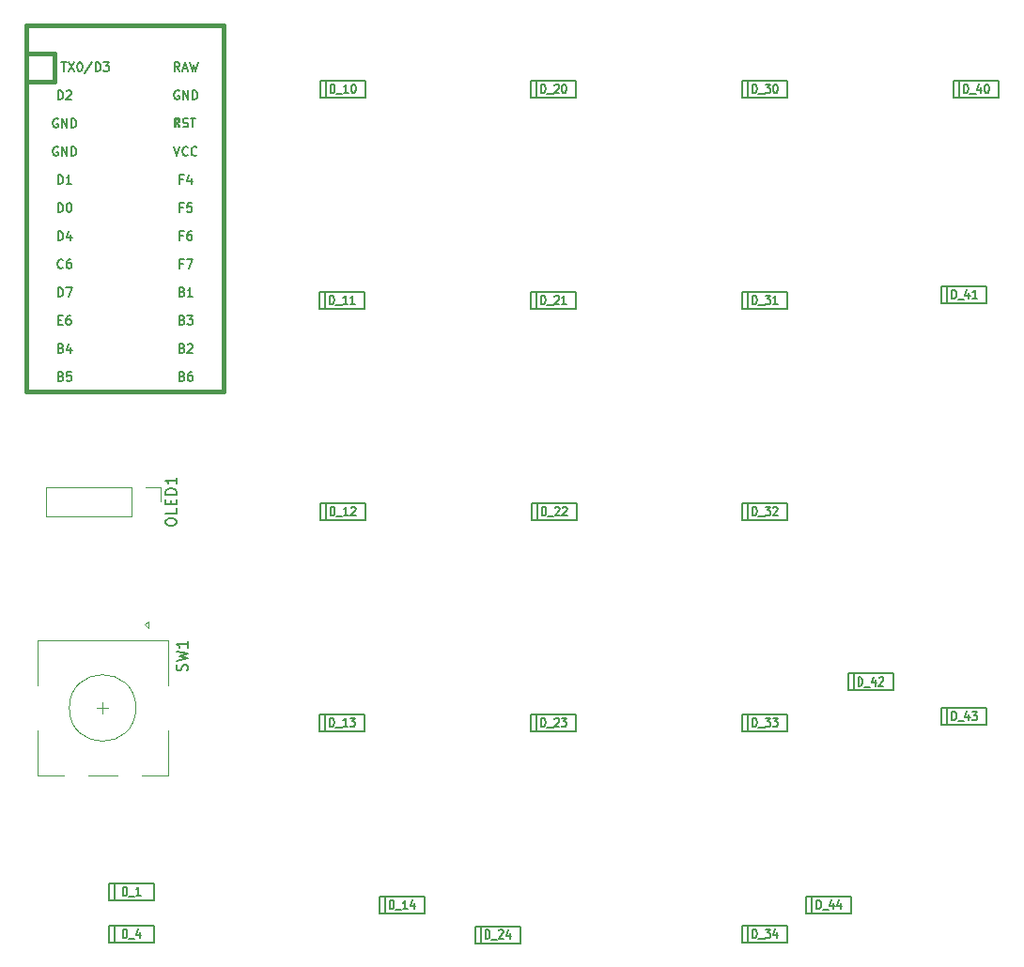
<source format=gto>
G04 #@! TF.GenerationSoftware,KiCad,Pcbnew,5.99.0+really5.1.10+dfsg1-1*
G04 #@! TF.CreationDate,2021-06-09T13:14:23-04:00*
G04 #@! TF.ProjectId,fake_duck,66616b65-5f64-4756-936b-2e6b69636164,rev?*
G04 #@! TF.SameCoordinates,Original*
G04 #@! TF.FileFunction,Legend,Top*
G04 #@! TF.FilePolarity,Positive*
%FSLAX46Y46*%
G04 Gerber Fmt 4.6, Leading zero omitted, Abs format (unit mm)*
G04 Created by KiCad (PCBNEW 5.99.0+really5.1.10+dfsg1-1) date 2021-06-09 13:14:23*
%MOMM*%
%LPD*%
G01*
G04 APERTURE LIST*
%ADD10C,0.120000*%
%ADD11C,0.150000*%
%ADD12C,0.381000*%
%ADD13C,1.750000*%
%ADD14C,3.000000*%
%ADD15C,3.987800*%
%ADD16O,1.700000X1.700000*%
%ADD17C,3.048000*%
%ADD18R,2.000000X2.000000*%
%ADD19C,2.000000*%
%ADD20C,1.752600*%
%ADD21R,2.000000X3.200000*%
G04 APERTURE END LIST*
D10*
X9274500Y-44517000D02*
X9274500Y-47177000D01*
X16954500Y-44517000D02*
X9274500Y-44517000D01*
X16954500Y-47177000D02*
X9274500Y-47177000D01*
X16954500Y-44517000D02*
X16954500Y-47177000D01*
X18224500Y-44517000D02*
X19554500Y-44517000D01*
X19554500Y-44517000D02*
X19554500Y-45847000D01*
D11*
X91567000Y-7874000D02*
X91567000Y-9398000D01*
X95123000Y-7874000D02*
X91059000Y-7874000D01*
X95123000Y-9398000D02*
X95123000Y-7874000D01*
X91059000Y-9398000D02*
X95123000Y-9398000D01*
X95123000Y-9398000D02*
X91059000Y-9398000D01*
X91059000Y-7874000D02*
X91059000Y-9398000D01*
X72517000Y-7874000D02*
X72517000Y-9398000D01*
X76073000Y-7874000D02*
X72009000Y-7874000D01*
X76073000Y-9398000D02*
X76073000Y-7874000D01*
X72009000Y-9398000D02*
X76073000Y-9398000D01*
X76073000Y-9398000D02*
X72009000Y-9398000D01*
X72009000Y-7874000D02*
X72009000Y-9398000D01*
X53467000Y-7874000D02*
X53467000Y-9398000D01*
X57023000Y-7874000D02*
X52959000Y-7874000D01*
X57023000Y-9398000D02*
X57023000Y-7874000D01*
X52959000Y-9398000D02*
X57023000Y-9398000D01*
X57023000Y-9398000D02*
X52959000Y-9398000D01*
X52959000Y-7874000D02*
X52959000Y-9398000D01*
X34480500Y-7874000D02*
X34480500Y-9398000D01*
X38036500Y-7874000D02*
X33972500Y-7874000D01*
X38036500Y-9398000D02*
X38036500Y-7874000D01*
X33972500Y-9398000D02*
X38036500Y-9398000D01*
X38036500Y-9398000D02*
X33972500Y-9398000D01*
X33972500Y-7874000D02*
X33972500Y-9398000D01*
X15430500Y-84074000D02*
X15430500Y-85598000D01*
X18986500Y-84074000D02*
X14922500Y-84074000D01*
X18986500Y-85598000D02*
X18986500Y-84074000D01*
X14922500Y-85598000D02*
X18986500Y-85598000D01*
X18986500Y-85598000D02*
X14922500Y-85598000D01*
X14922500Y-84074000D02*
X14922500Y-85598000D01*
X15430500Y-80264000D02*
X15430500Y-81788000D01*
X18986500Y-80264000D02*
X14922500Y-80264000D01*
X18986500Y-81788000D02*
X18986500Y-80264000D01*
X14922500Y-81788000D02*
X18986500Y-81788000D01*
X18986500Y-81788000D02*
X14922500Y-81788000D01*
X14922500Y-80264000D02*
X14922500Y-81788000D01*
X77787500Y-81470500D02*
X77787500Y-82994500D01*
X81851500Y-82994500D02*
X77787500Y-82994500D01*
X77787500Y-82994500D02*
X81851500Y-82994500D01*
X81851500Y-82994500D02*
X81851500Y-81470500D01*
X81851500Y-81470500D02*
X77787500Y-81470500D01*
X78295500Y-81470500D02*
X78295500Y-82994500D01*
X89979500Y-64452500D02*
X89979500Y-65976500D01*
X94043500Y-65976500D02*
X89979500Y-65976500D01*
X89979500Y-65976500D02*
X94043500Y-65976500D01*
X94043500Y-65976500D02*
X94043500Y-64452500D01*
X94043500Y-64452500D02*
X89979500Y-64452500D01*
X90487500Y-64452500D02*
X90487500Y-65976500D01*
X81534000Y-61341000D02*
X81534000Y-62865000D01*
X85598000Y-62865000D02*
X81534000Y-62865000D01*
X81534000Y-62865000D02*
X85598000Y-62865000D01*
X85598000Y-62865000D02*
X85598000Y-61341000D01*
X85598000Y-61341000D02*
X81534000Y-61341000D01*
X82042000Y-61341000D02*
X82042000Y-62865000D01*
X89979500Y-26416000D02*
X89979500Y-27940000D01*
X94043500Y-27940000D02*
X89979500Y-27940000D01*
X89979500Y-27940000D02*
X94043500Y-27940000D01*
X94043500Y-27940000D02*
X94043500Y-26416000D01*
X94043500Y-26416000D02*
X89979500Y-26416000D01*
X90487500Y-26416000D02*
X90487500Y-27940000D01*
X72009000Y-84074000D02*
X72009000Y-85598000D01*
X76073000Y-85598000D02*
X72009000Y-85598000D01*
X72009000Y-85598000D02*
X76073000Y-85598000D01*
X76073000Y-85598000D02*
X76073000Y-84074000D01*
X76073000Y-84074000D02*
X72009000Y-84074000D01*
X72517000Y-84074000D02*
X72517000Y-85598000D01*
X72009000Y-65024000D02*
X72009000Y-66548000D01*
X76073000Y-66548000D02*
X72009000Y-66548000D01*
X72009000Y-66548000D02*
X76073000Y-66548000D01*
X76073000Y-66548000D02*
X76073000Y-65024000D01*
X76073000Y-65024000D02*
X72009000Y-65024000D01*
X72517000Y-65024000D02*
X72517000Y-66548000D01*
X72009000Y-45974000D02*
X72009000Y-47498000D01*
X76073000Y-47498000D02*
X72009000Y-47498000D01*
X72009000Y-47498000D02*
X76073000Y-47498000D01*
X76073000Y-47498000D02*
X76073000Y-45974000D01*
X76073000Y-45974000D02*
X72009000Y-45974000D01*
X72517000Y-45974000D02*
X72517000Y-47498000D01*
X72009000Y-26924000D02*
X72009000Y-28448000D01*
X76073000Y-28448000D02*
X72009000Y-28448000D01*
X72009000Y-28448000D02*
X76073000Y-28448000D01*
X76073000Y-28448000D02*
X76073000Y-26924000D01*
X76073000Y-26924000D02*
X72009000Y-26924000D01*
X72517000Y-26924000D02*
X72517000Y-28448000D01*
X47942500Y-84137500D02*
X47942500Y-85661500D01*
X52006500Y-85661500D02*
X47942500Y-85661500D01*
X47942500Y-85661500D02*
X52006500Y-85661500D01*
X52006500Y-85661500D02*
X52006500Y-84137500D01*
X52006500Y-84137500D02*
X47942500Y-84137500D01*
X48450500Y-84137500D02*
X48450500Y-85661500D01*
X52959000Y-65024000D02*
X52959000Y-66548000D01*
X57023000Y-66548000D02*
X52959000Y-66548000D01*
X52959000Y-66548000D02*
X57023000Y-66548000D01*
X57023000Y-66548000D02*
X57023000Y-65024000D01*
X57023000Y-65024000D02*
X52959000Y-65024000D01*
X53467000Y-65024000D02*
X53467000Y-66548000D01*
X53022500Y-45974000D02*
X53022500Y-47498000D01*
X57086500Y-47498000D02*
X53022500Y-47498000D01*
X53022500Y-47498000D02*
X57086500Y-47498000D01*
X57086500Y-47498000D02*
X57086500Y-45974000D01*
X57086500Y-45974000D02*
X53022500Y-45974000D01*
X53530500Y-45974000D02*
X53530500Y-47498000D01*
X52959000Y-26924000D02*
X52959000Y-28448000D01*
X57023000Y-28448000D02*
X52959000Y-28448000D01*
X52959000Y-28448000D02*
X57023000Y-28448000D01*
X57023000Y-28448000D02*
X57023000Y-26924000D01*
X57023000Y-26924000D02*
X52959000Y-26924000D01*
X53467000Y-26924000D02*
X53467000Y-28448000D01*
X39306500Y-81470500D02*
X39306500Y-82994500D01*
X43370500Y-82994500D02*
X39306500Y-82994500D01*
X39306500Y-82994500D02*
X43370500Y-82994500D01*
X43370500Y-82994500D02*
X43370500Y-81470500D01*
X43370500Y-81470500D02*
X39306500Y-81470500D01*
X39814500Y-81470500D02*
X39814500Y-82994500D01*
X33909000Y-65024000D02*
X33909000Y-66548000D01*
X37973000Y-66548000D02*
X33909000Y-66548000D01*
X33909000Y-66548000D02*
X37973000Y-66548000D01*
X37973000Y-66548000D02*
X37973000Y-65024000D01*
X37973000Y-65024000D02*
X33909000Y-65024000D01*
X34417000Y-65024000D02*
X34417000Y-66548000D01*
X33972500Y-45974000D02*
X33972500Y-47498000D01*
X38036500Y-47498000D02*
X33972500Y-47498000D01*
X33972500Y-47498000D02*
X38036500Y-47498000D01*
X38036500Y-47498000D02*
X38036500Y-45974000D01*
X38036500Y-45974000D02*
X33972500Y-45974000D01*
X34480500Y-45974000D02*
X34480500Y-47498000D01*
X33909000Y-26924000D02*
X33909000Y-28448000D01*
X37973000Y-28448000D02*
X33909000Y-28448000D01*
X33909000Y-28448000D02*
X37973000Y-28448000D01*
X37973000Y-28448000D02*
X37973000Y-26924000D01*
X37973000Y-26924000D02*
X33909000Y-26924000D01*
X34417000Y-26924000D02*
X34417000Y-28448000D01*
D12*
X10033000Y-5397500D02*
X7493000Y-5397500D01*
X7493000Y-2857500D02*
X7493000Y-5397500D01*
X25273000Y-2857500D02*
X7493000Y-2857500D01*
X25273000Y-5397500D02*
X25273000Y-2857500D01*
D11*
G36*
X21314568Y-11876860D02*
G01*
X21314568Y-12076860D01*
X21214568Y-12076860D01*
X21214568Y-11876860D01*
X21314568Y-11876860D01*
G37*
X21314568Y-11876860D02*
X21314568Y-12076860D01*
X21214568Y-12076860D01*
X21214568Y-11876860D01*
X21314568Y-11876860D01*
G36*
X20914568Y-11276860D02*
G01*
X20914568Y-12076860D01*
X20814568Y-12076860D01*
X20814568Y-11276860D01*
X20914568Y-11276860D01*
G37*
X20914568Y-11276860D02*
X20914568Y-12076860D01*
X20814568Y-12076860D01*
X20814568Y-11276860D01*
X20914568Y-11276860D01*
G36*
X21314568Y-11276860D02*
G01*
X21314568Y-11376860D01*
X20814568Y-11376860D01*
X20814568Y-11276860D01*
X21314568Y-11276860D01*
G37*
X21314568Y-11276860D02*
X21314568Y-11376860D01*
X20814568Y-11376860D01*
X20814568Y-11276860D01*
X21314568Y-11276860D01*
G36*
X21114568Y-11676860D02*
G01*
X21114568Y-11776860D01*
X21014568Y-11776860D01*
X21014568Y-11676860D01*
X21114568Y-11676860D01*
G37*
X21114568Y-11676860D02*
X21114568Y-11776860D01*
X21014568Y-11776860D01*
X21014568Y-11676860D01*
X21114568Y-11676860D01*
G36*
X21314568Y-11276860D02*
G01*
X21314568Y-11576860D01*
X21214568Y-11576860D01*
X21214568Y-11276860D01*
X21314568Y-11276860D01*
G37*
X21314568Y-11276860D02*
X21314568Y-11576860D01*
X21214568Y-11576860D01*
X21214568Y-11276860D01*
X21314568Y-11276860D01*
D12*
X10033000Y-7937500D02*
X7493000Y-7937500D01*
X10033000Y-5397500D02*
X10033000Y-7937500D01*
X25273000Y-35877500D02*
X25273000Y-5397500D01*
X7493000Y-35877500D02*
X25273000Y-35877500D01*
X7493000Y-5397500D02*
X7493000Y-35877500D01*
D10*
X14351000Y-63952500D02*
X14351000Y-64952500D01*
X14851000Y-64452500D02*
X13851000Y-64452500D01*
X10851000Y-70552500D02*
X8451000Y-70552500D01*
X15651000Y-70552500D02*
X13051000Y-70552500D01*
X20251000Y-70552500D02*
X17851000Y-70552500D01*
X18451000Y-57252500D02*
X18151000Y-56952500D01*
X18451000Y-56652500D02*
X18451000Y-57252500D01*
X18151000Y-56952500D02*
X18451000Y-56652500D01*
X20251000Y-58352500D02*
X8451000Y-58352500D01*
X20251000Y-62452500D02*
X20251000Y-58352500D01*
X8451000Y-62452500D02*
X8451000Y-58352500D01*
X8451000Y-70552500D02*
X8451000Y-66452500D01*
X20251000Y-66452500D02*
X20251000Y-70552500D01*
X17351000Y-64452500D02*
G75*
G03*
X17351000Y-64452500I-3000000J0D01*
G01*
D11*
X20006880Y-47775571D02*
X20006880Y-47585095D01*
X20054500Y-47489857D01*
X20149738Y-47394619D01*
X20340214Y-47347000D01*
X20673547Y-47347000D01*
X20864023Y-47394619D01*
X20959261Y-47489857D01*
X21006880Y-47585095D01*
X21006880Y-47775571D01*
X20959261Y-47870809D01*
X20864023Y-47966047D01*
X20673547Y-48013666D01*
X20340214Y-48013666D01*
X20149738Y-47966047D01*
X20054500Y-47870809D01*
X20006880Y-47775571D01*
X21006880Y-46442238D02*
X21006880Y-46918428D01*
X20006880Y-46918428D01*
X20483071Y-46108904D02*
X20483071Y-45775571D01*
X21006880Y-45632714D02*
X21006880Y-46108904D01*
X20006880Y-46108904D01*
X20006880Y-45632714D01*
X21006880Y-45204142D02*
X20006880Y-45204142D01*
X20006880Y-44966047D01*
X20054500Y-44823190D01*
X20149738Y-44727952D01*
X20244976Y-44680333D01*
X20435452Y-44632714D01*
X20578309Y-44632714D01*
X20768785Y-44680333D01*
X20864023Y-44727952D01*
X20959261Y-44823190D01*
X21006880Y-44966047D01*
X21006880Y-45204142D01*
X21006880Y-43680333D02*
X21006880Y-44251761D01*
X21006880Y-43966047D02*
X20006880Y-43966047D01*
X20149738Y-44061285D01*
X20244976Y-44156523D01*
X20292595Y-44251761D01*
X91974333Y-8997904D02*
X91974333Y-8197904D01*
X92141000Y-8197904D01*
X92241000Y-8236000D01*
X92307666Y-8312190D01*
X92341000Y-8388380D01*
X92374333Y-8540761D01*
X92374333Y-8655047D01*
X92341000Y-8807428D01*
X92307666Y-8883619D01*
X92241000Y-8959809D01*
X92141000Y-8997904D01*
X91974333Y-8997904D01*
X92507666Y-9074095D02*
X93041000Y-9074095D01*
X93507666Y-8464571D02*
X93507666Y-8997904D01*
X93341000Y-8159809D02*
X93174333Y-8731238D01*
X93607666Y-8731238D01*
X94007666Y-8197904D02*
X94074333Y-8197904D01*
X94141000Y-8236000D01*
X94174333Y-8274095D01*
X94207666Y-8350285D01*
X94241000Y-8502666D01*
X94241000Y-8693142D01*
X94207666Y-8845523D01*
X94174333Y-8921714D01*
X94141000Y-8959809D01*
X94074333Y-8997904D01*
X94007666Y-8997904D01*
X93941000Y-8959809D01*
X93907666Y-8921714D01*
X93874333Y-8845523D01*
X93841000Y-8693142D01*
X93841000Y-8502666D01*
X93874333Y-8350285D01*
X93907666Y-8274095D01*
X93941000Y-8236000D01*
X94007666Y-8197904D01*
X72924333Y-8997904D02*
X72924333Y-8197904D01*
X73091000Y-8197904D01*
X73191000Y-8236000D01*
X73257666Y-8312190D01*
X73291000Y-8388380D01*
X73324333Y-8540761D01*
X73324333Y-8655047D01*
X73291000Y-8807428D01*
X73257666Y-8883619D01*
X73191000Y-8959809D01*
X73091000Y-8997904D01*
X72924333Y-8997904D01*
X73457666Y-9074095D02*
X73991000Y-9074095D01*
X74091000Y-8197904D02*
X74524333Y-8197904D01*
X74291000Y-8502666D01*
X74391000Y-8502666D01*
X74457666Y-8540761D01*
X74491000Y-8578857D01*
X74524333Y-8655047D01*
X74524333Y-8845523D01*
X74491000Y-8921714D01*
X74457666Y-8959809D01*
X74391000Y-8997904D01*
X74191000Y-8997904D01*
X74124333Y-8959809D01*
X74091000Y-8921714D01*
X74957666Y-8197904D02*
X75024333Y-8197904D01*
X75091000Y-8236000D01*
X75124333Y-8274095D01*
X75157666Y-8350285D01*
X75191000Y-8502666D01*
X75191000Y-8693142D01*
X75157666Y-8845523D01*
X75124333Y-8921714D01*
X75091000Y-8959809D01*
X75024333Y-8997904D01*
X74957666Y-8997904D01*
X74891000Y-8959809D01*
X74857666Y-8921714D01*
X74824333Y-8845523D01*
X74791000Y-8693142D01*
X74791000Y-8502666D01*
X74824333Y-8350285D01*
X74857666Y-8274095D01*
X74891000Y-8236000D01*
X74957666Y-8197904D01*
X53874333Y-8997904D02*
X53874333Y-8197904D01*
X54041000Y-8197904D01*
X54141000Y-8236000D01*
X54207666Y-8312190D01*
X54241000Y-8388380D01*
X54274333Y-8540761D01*
X54274333Y-8655047D01*
X54241000Y-8807428D01*
X54207666Y-8883619D01*
X54141000Y-8959809D01*
X54041000Y-8997904D01*
X53874333Y-8997904D01*
X54407666Y-9074095D02*
X54941000Y-9074095D01*
X55074333Y-8274095D02*
X55107666Y-8236000D01*
X55174333Y-8197904D01*
X55341000Y-8197904D01*
X55407666Y-8236000D01*
X55441000Y-8274095D01*
X55474333Y-8350285D01*
X55474333Y-8426476D01*
X55441000Y-8540761D01*
X55041000Y-8997904D01*
X55474333Y-8997904D01*
X55907666Y-8197904D02*
X55974333Y-8197904D01*
X56041000Y-8236000D01*
X56074333Y-8274095D01*
X56107666Y-8350285D01*
X56141000Y-8502666D01*
X56141000Y-8693142D01*
X56107666Y-8845523D01*
X56074333Y-8921714D01*
X56041000Y-8959809D01*
X55974333Y-8997904D01*
X55907666Y-8997904D01*
X55841000Y-8959809D01*
X55807666Y-8921714D01*
X55774333Y-8845523D01*
X55741000Y-8693142D01*
X55741000Y-8502666D01*
X55774333Y-8350285D01*
X55807666Y-8274095D01*
X55841000Y-8236000D01*
X55907666Y-8197904D01*
X34887833Y-8997904D02*
X34887833Y-8197904D01*
X35054500Y-8197904D01*
X35154500Y-8236000D01*
X35221166Y-8312190D01*
X35254500Y-8388380D01*
X35287833Y-8540761D01*
X35287833Y-8655047D01*
X35254500Y-8807428D01*
X35221166Y-8883619D01*
X35154500Y-8959809D01*
X35054500Y-8997904D01*
X34887833Y-8997904D01*
X35421166Y-9074095D02*
X35954500Y-9074095D01*
X36487833Y-8997904D02*
X36087833Y-8997904D01*
X36287833Y-8997904D02*
X36287833Y-8197904D01*
X36221166Y-8312190D01*
X36154500Y-8388380D01*
X36087833Y-8426476D01*
X36921166Y-8197904D02*
X36987833Y-8197904D01*
X37054500Y-8236000D01*
X37087833Y-8274095D01*
X37121166Y-8350285D01*
X37154500Y-8502666D01*
X37154500Y-8693142D01*
X37121166Y-8845523D01*
X37087833Y-8921714D01*
X37054500Y-8959809D01*
X36987833Y-8997904D01*
X36921166Y-8997904D01*
X36854500Y-8959809D01*
X36821166Y-8921714D01*
X36787833Y-8845523D01*
X36754500Y-8693142D01*
X36754500Y-8502666D01*
X36787833Y-8350285D01*
X36821166Y-8274095D01*
X36854500Y-8236000D01*
X36921166Y-8197904D01*
X16171166Y-85197904D02*
X16171166Y-84397904D01*
X16337833Y-84397904D01*
X16437833Y-84436000D01*
X16504500Y-84512190D01*
X16537833Y-84588380D01*
X16571166Y-84740761D01*
X16571166Y-84855047D01*
X16537833Y-85007428D01*
X16504500Y-85083619D01*
X16437833Y-85159809D01*
X16337833Y-85197904D01*
X16171166Y-85197904D01*
X16704500Y-85274095D02*
X17237833Y-85274095D01*
X17704500Y-84664571D02*
X17704500Y-85197904D01*
X17537833Y-84359809D02*
X17371166Y-84931238D01*
X17804500Y-84931238D01*
X16171166Y-81387904D02*
X16171166Y-80587904D01*
X16337833Y-80587904D01*
X16437833Y-80626000D01*
X16504500Y-80702190D01*
X16537833Y-80778380D01*
X16571166Y-80930761D01*
X16571166Y-81045047D01*
X16537833Y-81197428D01*
X16504500Y-81273619D01*
X16437833Y-81349809D01*
X16337833Y-81387904D01*
X16171166Y-81387904D01*
X16704500Y-81464095D02*
X17237833Y-81464095D01*
X17771166Y-81387904D02*
X17371166Y-81387904D01*
X17571166Y-81387904D02*
X17571166Y-80587904D01*
X17504500Y-80702190D01*
X17437833Y-80778380D01*
X17371166Y-80816476D01*
X78702833Y-82594404D02*
X78702833Y-81794404D01*
X78869500Y-81794404D01*
X78969500Y-81832500D01*
X79036166Y-81908690D01*
X79069500Y-81984880D01*
X79102833Y-82137261D01*
X79102833Y-82251547D01*
X79069500Y-82403928D01*
X79036166Y-82480119D01*
X78969500Y-82556309D01*
X78869500Y-82594404D01*
X78702833Y-82594404D01*
X79236166Y-82670595D02*
X79769500Y-82670595D01*
X80236166Y-82061071D02*
X80236166Y-82594404D01*
X80069500Y-81756309D02*
X79902833Y-82327738D01*
X80336166Y-82327738D01*
X80902833Y-82061071D02*
X80902833Y-82594404D01*
X80736166Y-81756309D02*
X80569500Y-82327738D01*
X81002833Y-82327738D01*
X90894833Y-65576404D02*
X90894833Y-64776404D01*
X91061500Y-64776404D01*
X91161500Y-64814500D01*
X91228166Y-64890690D01*
X91261500Y-64966880D01*
X91294833Y-65119261D01*
X91294833Y-65233547D01*
X91261500Y-65385928D01*
X91228166Y-65462119D01*
X91161500Y-65538309D01*
X91061500Y-65576404D01*
X90894833Y-65576404D01*
X91428166Y-65652595D02*
X91961500Y-65652595D01*
X92428166Y-65043071D02*
X92428166Y-65576404D01*
X92261500Y-64738309D02*
X92094833Y-65309738D01*
X92528166Y-65309738D01*
X92728166Y-64776404D02*
X93161500Y-64776404D01*
X92928166Y-65081166D01*
X93028166Y-65081166D01*
X93094833Y-65119261D01*
X93128166Y-65157357D01*
X93161500Y-65233547D01*
X93161500Y-65424023D01*
X93128166Y-65500214D01*
X93094833Y-65538309D01*
X93028166Y-65576404D01*
X92828166Y-65576404D01*
X92761500Y-65538309D01*
X92728166Y-65500214D01*
X82449333Y-62464904D02*
X82449333Y-61664904D01*
X82616000Y-61664904D01*
X82716000Y-61703000D01*
X82782666Y-61779190D01*
X82816000Y-61855380D01*
X82849333Y-62007761D01*
X82849333Y-62122047D01*
X82816000Y-62274428D01*
X82782666Y-62350619D01*
X82716000Y-62426809D01*
X82616000Y-62464904D01*
X82449333Y-62464904D01*
X82982666Y-62541095D02*
X83516000Y-62541095D01*
X83982666Y-61931571D02*
X83982666Y-62464904D01*
X83816000Y-61626809D02*
X83649333Y-62198238D01*
X84082666Y-62198238D01*
X84316000Y-61741095D02*
X84349333Y-61703000D01*
X84416000Y-61664904D01*
X84582666Y-61664904D01*
X84649333Y-61703000D01*
X84682666Y-61741095D01*
X84716000Y-61817285D01*
X84716000Y-61893476D01*
X84682666Y-62007761D01*
X84282666Y-62464904D01*
X84716000Y-62464904D01*
X90894833Y-27539904D02*
X90894833Y-26739904D01*
X91061500Y-26739904D01*
X91161500Y-26778000D01*
X91228166Y-26854190D01*
X91261500Y-26930380D01*
X91294833Y-27082761D01*
X91294833Y-27197047D01*
X91261500Y-27349428D01*
X91228166Y-27425619D01*
X91161500Y-27501809D01*
X91061500Y-27539904D01*
X90894833Y-27539904D01*
X91428166Y-27616095D02*
X91961500Y-27616095D01*
X92428166Y-27006571D02*
X92428166Y-27539904D01*
X92261500Y-26701809D02*
X92094833Y-27273238D01*
X92528166Y-27273238D01*
X93161500Y-27539904D02*
X92761500Y-27539904D01*
X92961500Y-27539904D02*
X92961500Y-26739904D01*
X92894833Y-26854190D01*
X92828166Y-26930380D01*
X92761500Y-26968476D01*
X72924333Y-85197904D02*
X72924333Y-84397904D01*
X73091000Y-84397904D01*
X73191000Y-84436000D01*
X73257666Y-84512190D01*
X73291000Y-84588380D01*
X73324333Y-84740761D01*
X73324333Y-84855047D01*
X73291000Y-85007428D01*
X73257666Y-85083619D01*
X73191000Y-85159809D01*
X73091000Y-85197904D01*
X72924333Y-85197904D01*
X73457666Y-85274095D02*
X73991000Y-85274095D01*
X74091000Y-84397904D02*
X74524333Y-84397904D01*
X74291000Y-84702666D01*
X74391000Y-84702666D01*
X74457666Y-84740761D01*
X74491000Y-84778857D01*
X74524333Y-84855047D01*
X74524333Y-85045523D01*
X74491000Y-85121714D01*
X74457666Y-85159809D01*
X74391000Y-85197904D01*
X74191000Y-85197904D01*
X74124333Y-85159809D01*
X74091000Y-85121714D01*
X75124333Y-84664571D02*
X75124333Y-85197904D01*
X74957666Y-84359809D02*
X74791000Y-84931238D01*
X75224333Y-84931238D01*
X72924333Y-66147904D02*
X72924333Y-65347904D01*
X73091000Y-65347904D01*
X73191000Y-65386000D01*
X73257666Y-65462190D01*
X73291000Y-65538380D01*
X73324333Y-65690761D01*
X73324333Y-65805047D01*
X73291000Y-65957428D01*
X73257666Y-66033619D01*
X73191000Y-66109809D01*
X73091000Y-66147904D01*
X72924333Y-66147904D01*
X73457666Y-66224095D02*
X73991000Y-66224095D01*
X74091000Y-65347904D02*
X74524333Y-65347904D01*
X74291000Y-65652666D01*
X74391000Y-65652666D01*
X74457666Y-65690761D01*
X74491000Y-65728857D01*
X74524333Y-65805047D01*
X74524333Y-65995523D01*
X74491000Y-66071714D01*
X74457666Y-66109809D01*
X74391000Y-66147904D01*
X74191000Y-66147904D01*
X74124333Y-66109809D01*
X74091000Y-66071714D01*
X74757666Y-65347904D02*
X75191000Y-65347904D01*
X74957666Y-65652666D01*
X75057666Y-65652666D01*
X75124333Y-65690761D01*
X75157666Y-65728857D01*
X75191000Y-65805047D01*
X75191000Y-65995523D01*
X75157666Y-66071714D01*
X75124333Y-66109809D01*
X75057666Y-66147904D01*
X74857666Y-66147904D01*
X74791000Y-66109809D01*
X74757666Y-66071714D01*
X72924333Y-47097904D02*
X72924333Y-46297904D01*
X73091000Y-46297904D01*
X73191000Y-46336000D01*
X73257666Y-46412190D01*
X73291000Y-46488380D01*
X73324333Y-46640761D01*
X73324333Y-46755047D01*
X73291000Y-46907428D01*
X73257666Y-46983619D01*
X73191000Y-47059809D01*
X73091000Y-47097904D01*
X72924333Y-47097904D01*
X73457666Y-47174095D02*
X73991000Y-47174095D01*
X74091000Y-46297904D02*
X74524333Y-46297904D01*
X74291000Y-46602666D01*
X74391000Y-46602666D01*
X74457666Y-46640761D01*
X74491000Y-46678857D01*
X74524333Y-46755047D01*
X74524333Y-46945523D01*
X74491000Y-47021714D01*
X74457666Y-47059809D01*
X74391000Y-47097904D01*
X74191000Y-47097904D01*
X74124333Y-47059809D01*
X74091000Y-47021714D01*
X74791000Y-46374095D02*
X74824333Y-46336000D01*
X74891000Y-46297904D01*
X75057666Y-46297904D01*
X75124333Y-46336000D01*
X75157666Y-46374095D01*
X75191000Y-46450285D01*
X75191000Y-46526476D01*
X75157666Y-46640761D01*
X74757666Y-47097904D01*
X75191000Y-47097904D01*
X72924333Y-28047904D02*
X72924333Y-27247904D01*
X73091000Y-27247904D01*
X73191000Y-27286000D01*
X73257666Y-27362190D01*
X73291000Y-27438380D01*
X73324333Y-27590761D01*
X73324333Y-27705047D01*
X73291000Y-27857428D01*
X73257666Y-27933619D01*
X73191000Y-28009809D01*
X73091000Y-28047904D01*
X72924333Y-28047904D01*
X73457666Y-28124095D02*
X73991000Y-28124095D01*
X74091000Y-27247904D02*
X74524333Y-27247904D01*
X74291000Y-27552666D01*
X74391000Y-27552666D01*
X74457666Y-27590761D01*
X74491000Y-27628857D01*
X74524333Y-27705047D01*
X74524333Y-27895523D01*
X74491000Y-27971714D01*
X74457666Y-28009809D01*
X74391000Y-28047904D01*
X74191000Y-28047904D01*
X74124333Y-28009809D01*
X74091000Y-27971714D01*
X75191000Y-28047904D02*
X74791000Y-28047904D01*
X74991000Y-28047904D02*
X74991000Y-27247904D01*
X74924333Y-27362190D01*
X74857666Y-27438380D01*
X74791000Y-27476476D01*
X48857833Y-85261404D02*
X48857833Y-84461404D01*
X49024500Y-84461404D01*
X49124500Y-84499500D01*
X49191166Y-84575690D01*
X49224500Y-84651880D01*
X49257833Y-84804261D01*
X49257833Y-84918547D01*
X49224500Y-85070928D01*
X49191166Y-85147119D01*
X49124500Y-85223309D01*
X49024500Y-85261404D01*
X48857833Y-85261404D01*
X49391166Y-85337595D02*
X49924500Y-85337595D01*
X50057833Y-84537595D02*
X50091166Y-84499500D01*
X50157833Y-84461404D01*
X50324500Y-84461404D01*
X50391166Y-84499500D01*
X50424500Y-84537595D01*
X50457833Y-84613785D01*
X50457833Y-84689976D01*
X50424500Y-84804261D01*
X50024500Y-85261404D01*
X50457833Y-85261404D01*
X51057833Y-84728071D02*
X51057833Y-85261404D01*
X50891166Y-84423309D02*
X50724500Y-84994738D01*
X51157833Y-84994738D01*
X53874333Y-66147904D02*
X53874333Y-65347904D01*
X54041000Y-65347904D01*
X54141000Y-65386000D01*
X54207666Y-65462190D01*
X54241000Y-65538380D01*
X54274333Y-65690761D01*
X54274333Y-65805047D01*
X54241000Y-65957428D01*
X54207666Y-66033619D01*
X54141000Y-66109809D01*
X54041000Y-66147904D01*
X53874333Y-66147904D01*
X54407666Y-66224095D02*
X54941000Y-66224095D01*
X55074333Y-65424095D02*
X55107666Y-65386000D01*
X55174333Y-65347904D01*
X55341000Y-65347904D01*
X55407666Y-65386000D01*
X55441000Y-65424095D01*
X55474333Y-65500285D01*
X55474333Y-65576476D01*
X55441000Y-65690761D01*
X55041000Y-66147904D01*
X55474333Y-66147904D01*
X55707666Y-65347904D02*
X56141000Y-65347904D01*
X55907666Y-65652666D01*
X56007666Y-65652666D01*
X56074333Y-65690761D01*
X56107666Y-65728857D01*
X56141000Y-65805047D01*
X56141000Y-65995523D01*
X56107666Y-66071714D01*
X56074333Y-66109809D01*
X56007666Y-66147904D01*
X55807666Y-66147904D01*
X55741000Y-66109809D01*
X55707666Y-66071714D01*
X53937833Y-47097904D02*
X53937833Y-46297904D01*
X54104500Y-46297904D01*
X54204500Y-46336000D01*
X54271166Y-46412190D01*
X54304500Y-46488380D01*
X54337833Y-46640761D01*
X54337833Y-46755047D01*
X54304500Y-46907428D01*
X54271166Y-46983619D01*
X54204500Y-47059809D01*
X54104500Y-47097904D01*
X53937833Y-47097904D01*
X54471166Y-47174095D02*
X55004500Y-47174095D01*
X55137833Y-46374095D02*
X55171166Y-46336000D01*
X55237833Y-46297904D01*
X55404500Y-46297904D01*
X55471166Y-46336000D01*
X55504500Y-46374095D01*
X55537833Y-46450285D01*
X55537833Y-46526476D01*
X55504500Y-46640761D01*
X55104500Y-47097904D01*
X55537833Y-47097904D01*
X55804500Y-46374095D02*
X55837833Y-46336000D01*
X55904500Y-46297904D01*
X56071166Y-46297904D01*
X56137833Y-46336000D01*
X56171166Y-46374095D01*
X56204500Y-46450285D01*
X56204500Y-46526476D01*
X56171166Y-46640761D01*
X55771166Y-47097904D01*
X56204500Y-47097904D01*
X53874333Y-28047904D02*
X53874333Y-27247904D01*
X54041000Y-27247904D01*
X54141000Y-27286000D01*
X54207666Y-27362190D01*
X54241000Y-27438380D01*
X54274333Y-27590761D01*
X54274333Y-27705047D01*
X54241000Y-27857428D01*
X54207666Y-27933619D01*
X54141000Y-28009809D01*
X54041000Y-28047904D01*
X53874333Y-28047904D01*
X54407666Y-28124095D02*
X54941000Y-28124095D01*
X55074333Y-27324095D02*
X55107666Y-27286000D01*
X55174333Y-27247904D01*
X55341000Y-27247904D01*
X55407666Y-27286000D01*
X55441000Y-27324095D01*
X55474333Y-27400285D01*
X55474333Y-27476476D01*
X55441000Y-27590761D01*
X55041000Y-28047904D01*
X55474333Y-28047904D01*
X56141000Y-28047904D02*
X55741000Y-28047904D01*
X55941000Y-28047904D02*
X55941000Y-27247904D01*
X55874333Y-27362190D01*
X55807666Y-27438380D01*
X55741000Y-27476476D01*
X40221833Y-82594404D02*
X40221833Y-81794404D01*
X40388500Y-81794404D01*
X40488500Y-81832500D01*
X40555166Y-81908690D01*
X40588500Y-81984880D01*
X40621833Y-82137261D01*
X40621833Y-82251547D01*
X40588500Y-82403928D01*
X40555166Y-82480119D01*
X40488500Y-82556309D01*
X40388500Y-82594404D01*
X40221833Y-82594404D01*
X40755166Y-82670595D02*
X41288500Y-82670595D01*
X41821833Y-82594404D02*
X41421833Y-82594404D01*
X41621833Y-82594404D02*
X41621833Y-81794404D01*
X41555166Y-81908690D01*
X41488500Y-81984880D01*
X41421833Y-82022976D01*
X42421833Y-82061071D02*
X42421833Y-82594404D01*
X42255166Y-81756309D02*
X42088500Y-82327738D01*
X42521833Y-82327738D01*
X34824333Y-66147904D02*
X34824333Y-65347904D01*
X34991000Y-65347904D01*
X35091000Y-65386000D01*
X35157666Y-65462190D01*
X35191000Y-65538380D01*
X35224333Y-65690761D01*
X35224333Y-65805047D01*
X35191000Y-65957428D01*
X35157666Y-66033619D01*
X35091000Y-66109809D01*
X34991000Y-66147904D01*
X34824333Y-66147904D01*
X35357666Y-66224095D02*
X35891000Y-66224095D01*
X36424333Y-66147904D02*
X36024333Y-66147904D01*
X36224333Y-66147904D02*
X36224333Y-65347904D01*
X36157666Y-65462190D01*
X36091000Y-65538380D01*
X36024333Y-65576476D01*
X36657666Y-65347904D02*
X37091000Y-65347904D01*
X36857666Y-65652666D01*
X36957666Y-65652666D01*
X37024333Y-65690761D01*
X37057666Y-65728857D01*
X37091000Y-65805047D01*
X37091000Y-65995523D01*
X37057666Y-66071714D01*
X37024333Y-66109809D01*
X36957666Y-66147904D01*
X36757666Y-66147904D01*
X36691000Y-66109809D01*
X36657666Y-66071714D01*
X34887833Y-47097904D02*
X34887833Y-46297904D01*
X35054500Y-46297904D01*
X35154500Y-46336000D01*
X35221166Y-46412190D01*
X35254500Y-46488380D01*
X35287833Y-46640761D01*
X35287833Y-46755047D01*
X35254500Y-46907428D01*
X35221166Y-46983619D01*
X35154500Y-47059809D01*
X35054500Y-47097904D01*
X34887833Y-47097904D01*
X35421166Y-47174095D02*
X35954500Y-47174095D01*
X36487833Y-47097904D02*
X36087833Y-47097904D01*
X36287833Y-47097904D02*
X36287833Y-46297904D01*
X36221166Y-46412190D01*
X36154500Y-46488380D01*
X36087833Y-46526476D01*
X36754500Y-46374095D02*
X36787833Y-46336000D01*
X36854500Y-46297904D01*
X37021166Y-46297904D01*
X37087833Y-46336000D01*
X37121166Y-46374095D01*
X37154500Y-46450285D01*
X37154500Y-46526476D01*
X37121166Y-46640761D01*
X36721166Y-47097904D01*
X37154500Y-47097904D01*
X34824333Y-28047904D02*
X34824333Y-27247904D01*
X34991000Y-27247904D01*
X35091000Y-27286000D01*
X35157666Y-27362190D01*
X35191000Y-27438380D01*
X35224333Y-27590761D01*
X35224333Y-27705047D01*
X35191000Y-27857428D01*
X35157666Y-27933619D01*
X35091000Y-28009809D01*
X34991000Y-28047904D01*
X34824333Y-28047904D01*
X35357666Y-28124095D02*
X35891000Y-28124095D01*
X36424333Y-28047904D02*
X36024333Y-28047904D01*
X36224333Y-28047904D02*
X36224333Y-27247904D01*
X36157666Y-27362190D01*
X36091000Y-27438380D01*
X36024333Y-27476476D01*
X37091000Y-28047904D02*
X36691000Y-28047904D01*
X36891000Y-28047904D02*
X36891000Y-27247904D01*
X36824333Y-27362190D01*
X36757666Y-27438380D01*
X36691000Y-27476476D01*
X10620651Y-6229404D02*
X11077794Y-6229404D01*
X10849223Y-7029404D02*
X10849223Y-6229404D01*
X11268270Y-6229404D02*
X11801604Y-7029404D01*
X11801604Y-6229404D02*
X11268270Y-7029404D01*
X12258747Y-6229404D02*
X12334937Y-6229404D01*
X12411128Y-6267500D01*
X12449223Y-6305595D01*
X12487318Y-6381785D01*
X12525413Y-6534166D01*
X12525413Y-6724642D01*
X12487318Y-6877023D01*
X12449223Y-6953214D01*
X12411128Y-6991309D01*
X12334937Y-7029404D01*
X12258747Y-7029404D01*
X12182556Y-6991309D01*
X12144461Y-6953214D01*
X12106366Y-6877023D01*
X12068270Y-6724642D01*
X12068270Y-6534166D01*
X12106366Y-6381785D01*
X12144461Y-6305595D01*
X12182556Y-6267500D01*
X12258747Y-6229404D01*
X13439699Y-6191309D02*
X12753985Y-7219880D01*
X13706366Y-7029404D02*
X13706366Y-6229404D01*
X13896842Y-6229404D01*
X14011128Y-6267500D01*
X14087318Y-6343690D01*
X14125413Y-6419880D01*
X14163508Y-6572261D01*
X14163508Y-6686547D01*
X14125413Y-6838928D01*
X14087318Y-6915119D01*
X14011128Y-6991309D01*
X13896842Y-7029404D01*
X13706366Y-7029404D01*
X14430175Y-6229404D02*
X14925413Y-6229404D01*
X14658747Y-6534166D01*
X14773032Y-6534166D01*
X14849223Y-6572261D01*
X14887318Y-6610357D01*
X14925413Y-6686547D01*
X14925413Y-6877023D01*
X14887318Y-6953214D01*
X14849223Y-6991309D01*
X14773032Y-7029404D01*
X14544461Y-7029404D01*
X14468270Y-6991309D01*
X14430175Y-6953214D01*
X10331523Y-9569404D02*
X10331523Y-8769404D01*
X10522000Y-8769404D01*
X10636285Y-8807500D01*
X10712476Y-8883690D01*
X10750571Y-8959880D01*
X10788666Y-9112261D01*
X10788666Y-9226547D01*
X10750571Y-9378928D01*
X10712476Y-9455119D01*
X10636285Y-9531309D01*
X10522000Y-9569404D01*
X10331523Y-9569404D01*
X11093428Y-8845595D02*
X11131523Y-8807500D01*
X11207714Y-8769404D01*
X11398190Y-8769404D01*
X11474380Y-8807500D01*
X11512476Y-8845595D01*
X11550571Y-8921785D01*
X11550571Y-8997976D01*
X11512476Y-9112261D01*
X11055333Y-9569404D01*
X11550571Y-9569404D01*
X10331523Y-19729404D02*
X10331523Y-18929404D01*
X10522000Y-18929404D01*
X10636285Y-18967500D01*
X10712476Y-19043690D01*
X10750571Y-19119880D01*
X10788666Y-19272261D01*
X10788666Y-19386547D01*
X10750571Y-19538928D01*
X10712476Y-19615119D01*
X10636285Y-19691309D01*
X10522000Y-19729404D01*
X10331523Y-19729404D01*
X11283904Y-18929404D02*
X11360095Y-18929404D01*
X11436285Y-18967500D01*
X11474380Y-19005595D01*
X11512476Y-19081785D01*
X11550571Y-19234166D01*
X11550571Y-19424642D01*
X11512476Y-19577023D01*
X11474380Y-19653214D01*
X11436285Y-19691309D01*
X11360095Y-19729404D01*
X11283904Y-19729404D01*
X11207714Y-19691309D01*
X11169619Y-19653214D01*
X11131523Y-19577023D01*
X11093428Y-19424642D01*
X11093428Y-19234166D01*
X11131523Y-19081785D01*
X11169619Y-19005595D01*
X11207714Y-18967500D01*
X11283904Y-18929404D01*
X10331523Y-17189404D02*
X10331523Y-16389404D01*
X10522000Y-16389404D01*
X10636285Y-16427500D01*
X10712476Y-16503690D01*
X10750571Y-16579880D01*
X10788666Y-16732261D01*
X10788666Y-16846547D01*
X10750571Y-16998928D01*
X10712476Y-17075119D01*
X10636285Y-17151309D01*
X10522000Y-17189404D01*
X10331523Y-17189404D01*
X11550571Y-17189404D02*
X11093428Y-17189404D01*
X11322000Y-17189404D02*
X11322000Y-16389404D01*
X11245809Y-16503690D01*
X11169619Y-16579880D01*
X11093428Y-16617976D01*
X10312476Y-13887500D02*
X10236285Y-13849404D01*
X10122000Y-13849404D01*
X10007714Y-13887500D01*
X9931523Y-13963690D01*
X9893428Y-14039880D01*
X9855333Y-14192261D01*
X9855333Y-14306547D01*
X9893428Y-14458928D01*
X9931523Y-14535119D01*
X10007714Y-14611309D01*
X10122000Y-14649404D01*
X10198190Y-14649404D01*
X10312476Y-14611309D01*
X10350571Y-14573214D01*
X10350571Y-14306547D01*
X10198190Y-14306547D01*
X10693428Y-14649404D02*
X10693428Y-13849404D01*
X11150571Y-14649404D01*
X11150571Y-13849404D01*
X11531523Y-14649404D02*
X11531523Y-13849404D01*
X11722000Y-13849404D01*
X11836285Y-13887500D01*
X11912476Y-13963690D01*
X11950571Y-14039880D01*
X11988666Y-14192261D01*
X11988666Y-14306547D01*
X11950571Y-14458928D01*
X11912476Y-14535119D01*
X11836285Y-14611309D01*
X11722000Y-14649404D01*
X11531523Y-14649404D01*
X10312476Y-11347500D02*
X10236285Y-11309404D01*
X10122000Y-11309404D01*
X10007714Y-11347500D01*
X9931523Y-11423690D01*
X9893428Y-11499880D01*
X9855333Y-11652261D01*
X9855333Y-11766547D01*
X9893428Y-11918928D01*
X9931523Y-11995119D01*
X10007714Y-12071309D01*
X10122000Y-12109404D01*
X10198190Y-12109404D01*
X10312476Y-12071309D01*
X10350571Y-12033214D01*
X10350571Y-11766547D01*
X10198190Y-11766547D01*
X10693428Y-12109404D02*
X10693428Y-11309404D01*
X11150571Y-12109404D01*
X11150571Y-11309404D01*
X11531523Y-12109404D02*
X11531523Y-11309404D01*
X11722000Y-11309404D01*
X11836285Y-11347500D01*
X11912476Y-11423690D01*
X11950571Y-11499880D01*
X11988666Y-11652261D01*
X11988666Y-11766547D01*
X11950571Y-11918928D01*
X11912476Y-11995119D01*
X11836285Y-12071309D01*
X11722000Y-12109404D01*
X11531523Y-12109404D01*
X10331523Y-22269404D02*
X10331523Y-21469404D01*
X10522000Y-21469404D01*
X10636285Y-21507500D01*
X10712476Y-21583690D01*
X10750571Y-21659880D01*
X10788666Y-21812261D01*
X10788666Y-21926547D01*
X10750571Y-22078928D01*
X10712476Y-22155119D01*
X10636285Y-22231309D01*
X10522000Y-22269404D01*
X10331523Y-22269404D01*
X11474380Y-21736071D02*
X11474380Y-22269404D01*
X11283904Y-21431309D02*
X11093428Y-22002738D01*
X11588666Y-22002738D01*
X10788666Y-24733214D02*
X10750571Y-24771309D01*
X10636285Y-24809404D01*
X10560095Y-24809404D01*
X10445809Y-24771309D01*
X10369619Y-24695119D01*
X10331523Y-24618928D01*
X10293428Y-24466547D01*
X10293428Y-24352261D01*
X10331523Y-24199880D01*
X10369619Y-24123690D01*
X10445809Y-24047500D01*
X10560095Y-24009404D01*
X10636285Y-24009404D01*
X10750571Y-24047500D01*
X10788666Y-24085595D01*
X11474380Y-24009404D02*
X11322000Y-24009404D01*
X11245809Y-24047500D01*
X11207714Y-24085595D01*
X11131523Y-24199880D01*
X11093428Y-24352261D01*
X11093428Y-24657023D01*
X11131523Y-24733214D01*
X11169619Y-24771309D01*
X11245809Y-24809404D01*
X11398190Y-24809404D01*
X11474380Y-24771309D01*
X11512476Y-24733214D01*
X11550571Y-24657023D01*
X11550571Y-24466547D01*
X11512476Y-24390357D01*
X11474380Y-24352261D01*
X11398190Y-24314166D01*
X11245809Y-24314166D01*
X11169619Y-24352261D01*
X11131523Y-24390357D01*
X11093428Y-24466547D01*
X10331523Y-27349404D02*
X10331523Y-26549404D01*
X10522000Y-26549404D01*
X10636285Y-26587500D01*
X10712476Y-26663690D01*
X10750571Y-26739880D01*
X10788666Y-26892261D01*
X10788666Y-27006547D01*
X10750571Y-27158928D01*
X10712476Y-27235119D01*
X10636285Y-27311309D01*
X10522000Y-27349404D01*
X10331523Y-27349404D01*
X11055333Y-26549404D02*
X11588666Y-26549404D01*
X11245809Y-27349404D01*
X10369619Y-29470357D02*
X10636285Y-29470357D01*
X10750571Y-29889404D02*
X10369619Y-29889404D01*
X10369619Y-29089404D01*
X10750571Y-29089404D01*
X11436285Y-29089404D02*
X11283904Y-29089404D01*
X11207714Y-29127500D01*
X11169619Y-29165595D01*
X11093428Y-29279880D01*
X11055333Y-29432261D01*
X11055333Y-29737023D01*
X11093428Y-29813214D01*
X11131523Y-29851309D01*
X11207714Y-29889404D01*
X11360095Y-29889404D01*
X11436285Y-29851309D01*
X11474380Y-29813214D01*
X11512476Y-29737023D01*
X11512476Y-29546547D01*
X11474380Y-29470357D01*
X11436285Y-29432261D01*
X11360095Y-29394166D01*
X11207714Y-29394166D01*
X11131523Y-29432261D01*
X11093428Y-29470357D01*
X11055333Y-29546547D01*
X10598190Y-32010357D02*
X10712476Y-32048452D01*
X10750571Y-32086547D01*
X10788666Y-32162738D01*
X10788666Y-32277023D01*
X10750571Y-32353214D01*
X10712476Y-32391309D01*
X10636285Y-32429404D01*
X10331523Y-32429404D01*
X10331523Y-31629404D01*
X10598190Y-31629404D01*
X10674380Y-31667500D01*
X10712476Y-31705595D01*
X10750571Y-31781785D01*
X10750571Y-31857976D01*
X10712476Y-31934166D01*
X10674380Y-31972261D01*
X10598190Y-32010357D01*
X10331523Y-32010357D01*
X11474380Y-31896071D02*
X11474380Y-32429404D01*
X11283904Y-31591309D02*
X11093428Y-32162738D01*
X11588666Y-32162738D01*
X10598190Y-34550357D02*
X10712476Y-34588452D01*
X10750571Y-34626547D01*
X10788666Y-34702738D01*
X10788666Y-34817023D01*
X10750571Y-34893214D01*
X10712476Y-34931309D01*
X10636285Y-34969404D01*
X10331523Y-34969404D01*
X10331523Y-34169404D01*
X10598190Y-34169404D01*
X10674380Y-34207500D01*
X10712476Y-34245595D01*
X10750571Y-34321785D01*
X10750571Y-34397976D01*
X10712476Y-34474166D01*
X10674380Y-34512261D01*
X10598190Y-34550357D01*
X10331523Y-34550357D01*
X11512476Y-34169404D02*
X11131523Y-34169404D01*
X11093428Y-34550357D01*
X11131523Y-34512261D01*
X11207714Y-34474166D01*
X11398190Y-34474166D01*
X11474380Y-34512261D01*
X11512476Y-34550357D01*
X11550571Y-34626547D01*
X11550571Y-34817023D01*
X11512476Y-34893214D01*
X11474380Y-34931309D01*
X11398190Y-34969404D01*
X11207714Y-34969404D01*
X11131523Y-34931309D01*
X11093428Y-34893214D01*
X21520190Y-34550357D02*
X21634476Y-34588452D01*
X21672571Y-34626547D01*
X21710666Y-34702738D01*
X21710666Y-34817023D01*
X21672571Y-34893214D01*
X21634476Y-34931309D01*
X21558285Y-34969404D01*
X21253523Y-34969404D01*
X21253523Y-34169404D01*
X21520190Y-34169404D01*
X21596380Y-34207500D01*
X21634476Y-34245595D01*
X21672571Y-34321785D01*
X21672571Y-34397976D01*
X21634476Y-34474166D01*
X21596380Y-34512261D01*
X21520190Y-34550357D01*
X21253523Y-34550357D01*
X22396380Y-34169404D02*
X22244000Y-34169404D01*
X22167809Y-34207500D01*
X22129714Y-34245595D01*
X22053523Y-34359880D01*
X22015428Y-34512261D01*
X22015428Y-34817023D01*
X22053523Y-34893214D01*
X22091619Y-34931309D01*
X22167809Y-34969404D01*
X22320190Y-34969404D01*
X22396380Y-34931309D01*
X22434476Y-34893214D01*
X22472571Y-34817023D01*
X22472571Y-34626547D01*
X22434476Y-34550357D01*
X22396380Y-34512261D01*
X22320190Y-34474166D01*
X22167809Y-34474166D01*
X22091619Y-34512261D01*
X22053523Y-34550357D01*
X22015428Y-34626547D01*
X21520190Y-29470357D02*
X21634476Y-29508452D01*
X21672571Y-29546547D01*
X21710666Y-29622738D01*
X21710666Y-29737023D01*
X21672571Y-29813214D01*
X21634476Y-29851309D01*
X21558285Y-29889404D01*
X21253523Y-29889404D01*
X21253523Y-29089404D01*
X21520190Y-29089404D01*
X21596380Y-29127500D01*
X21634476Y-29165595D01*
X21672571Y-29241785D01*
X21672571Y-29317976D01*
X21634476Y-29394166D01*
X21596380Y-29432261D01*
X21520190Y-29470357D01*
X21253523Y-29470357D01*
X21977333Y-29089404D02*
X22472571Y-29089404D01*
X22205904Y-29394166D01*
X22320190Y-29394166D01*
X22396380Y-29432261D01*
X22434476Y-29470357D01*
X22472571Y-29546547D01*
X22472571Y-29737023D01*
X22434476Y-29813214D01*
X22396380Y-29851309D01*
X22320190Y-29889404D01*
X22091619Y-29889404D01*
X22015428Y-29851309D01*
X21977333Y-29813214D01*
X21520190Y-26930357D02*
X21634476Y-26968452D01*
X21672571Y-27006547D01*
X21710666Y-27082738D01*
X21710666Y-27197023D01*
X21672571Y-27273214D01*
X21634476Y-27311309D01*
X21558285Y-27349404D01*
X21253523Y-27349404D01*
X21253523Y-26549404D01*
X21520190Y-26549404D01*
X21596380Y-26587500D01*
X21634476Y-26625595D01*
X21672571Y-26701785D01*
X21672571Y-26777976D01*
X21634476Y-26854166D01*
X21596380Y-26892261D01*
X21520190Y-26930357D01*
X21253523Y-26930357D01*
X22472571Y-27349404D02*
X22015428Y-27349404D01*
X22244000Y-27349404D02*
X22244000Y-26549404D01*
X22167809Y-26663690D01*
X22091619Y-26739880D01*
X22015428Y-26777976D01*
X21577333Y-16770357D02*
X21310666Y-16770357D01*
X21310666Y-17189404D02*
X21310666Y-16389404D01*
X21691619Y-16389404D01*
X22339238Y-16656071D02*
X22339238Y-17189404D01*
X22148761Y-16351309D02*
X21958285Y-16922738D01*
X22453523Y-16922738D01*
X20777333Y-13849404D02*
X21044000Y-14649404D01*
X21310666Y-13849404D01*
X22034476Y-14573214D02*
X21996380Y-14611309D01*
X21882095Y-14649404D01*
X21805904Y-14649404D01*
X21691619Y-14611309D01*
X21615428Y-14535119D01*
X21577333Y-14458928D01*
X21539238Y-14306547D01*
X21539238Y-14192261D01*
X21577333Y-14039880D01*
X21615428Y-13963690D01*
X21691619Y-13887500D01*
X21805904Y-13849404D01*
X21882095Y-13849404D01*
X21996380Y-13887500D01*
X22034476Y-13925595D01*
X22834476Y-14573214D02*
X22796380Y-14611309D01*
X22682095Y-14649404D01*
X22605904Y-14649404D01*
X22491619Y-14611309D01*
X22415428Y-14535119D01*
X22377333Y-14458928D01*
X22339238Y-14306547D01*
X22339238Y-14192261D01*
X22377333Y-14039880D01*
X22415428Y-13963690D01*
X22491619Y-13887500D01*
X22605904Y-13849404D01*
X22682095Y-13849404D01*
X22796380Y-13887500D01*
X22834476Y-13925595D01*
X21582786Y-12041309D02*
X21697072Y-12079404D01*
X21887548Y-12079404D01*
X21963739Y-12041309D01*
X22001834Y-12003214D01*
X22039929Y-11927023D01*
X22039929Y-11850833D01*
X22001834Y-11774642D01*
X21963739Y-11736547D01*
X21887548Y-11698452D01*
X21735167Y-11660357D01*
X21658977Y-11622261D01*
X21620881Y-11584166D01*
X21582786Y-11507976D01*
X21582786Y-11431785D01*
X21620881Y-11355595D01*
X21658977Y-11317500D01*
X21735167Y-11279404D01*
X21925643Y-11279404D01*
X22039929Y-11317500D01*
X22268500Y-11279404D02*
X22725643Y-11279404D01*
X22497072Y-12079404D02*
X22497072Y-11279404D01*
X21234476Y-8807500D02*
X21158285Y-8769404D01*
X21044000Y-8769404D01*
X20929714Y-8807500D01*
X20853523Y-8883690D01*
X20815428Y-8959880D01*
X20777333Y-9112261D01*
X20777333Y-9226547D01*
X20815428Y-9378928D01*
X20853523Y-9455119D01*
X20929714Y-9531309D01*
X21044000Y-9569404D01*
X21120190Y-9569404D01*
X21234476Y-9531309D01*
X21272571Y-9493214D01*
X21272571Y-9226547D01*
X21120190Y-9226547D01*
X21615428Y-9569404D02*
X21615428Y-8769404D01*
X22072571Y-9569404D01*
X22072571Y-8769404D01*
X22453523Y-9569404D02*
X22453523Y-8769404D01*
X22644000Y-8769404D01*
X22758285Y-8807500D01*
X22834476Y-8883690D01*
X22872571Y-8959880D01*
X22910666Y-9112261D01*
X22910666Y-9226547D01*
X22872571Y-9378928D01*
X22834476Y-9455119D01*
X22758285Y-9531309D01*
X22644000Y-9569404D01*
X22453523Y-9569404D01*
X21291619Y-7029404D02*
X21024952Y-6648452D01*
X20834476Y-7029404D02*
X20834476Y-6229404D01*
X21139238Y-6229404D01*
X21215428Y-6267500D01*
X21253523Y-6305595D01*
X21291619Y-6381785D01*
X21291619Y-6496071D01*
X21253523Y-6572261D01*
X21215428Y-6610357D01*
X21139238Y-6648452D01*
X20834476Y-6648452D01*
X21596380Y-6800833D02*
X21977333Y-6800833D01*
X21520190Y-7029404D02*
X21786857Y-6229404D01*
X22053523Y-7029404D01*
X22244000Y-6229404D02*
X22434476Y-7029404D01*
X22586857Y-6457976D01*
X22739238Y-7029404D01*
X22929714Y-6229404D01*
X21577333Y-19310357D02*
X21310666Y-19310357D01*
X21310666Y-19729404D02*
X21310666Y-18929404D01*
X21691619Y-18929404D01*
X22377333Y-18929404D02*
X21996380Y-18929404D01*
X21958285Y-19310357D01*
X21996380Y-19272261D01*
X22072571Y-19234166D01*
X22263047Y-19234166D01*
X22339238Y-19272261D01*
X22377333Y-19310357D01*
X22415428Y-19386547D01*
X22415428Y-19577023D01*
X22377333Y-19653214D01*
X22339238Y-19691309D01*
X22263047Y-19729404D01*
X22072571Y-19729404D01*
X21996380Y-19691309D01*
X21958285Y-19653214D01*
X21577333Y-21850357D02*
X21310666Y-21850357D01*
X21310666Y-22269404D02*
X21310666Y-21469404D01*
X21691619Y-21469404D01*
X22339238Y-21469404D02*
X22186857Y-21469404D01*
X22110666Y-21507500D01*
X22072571Y-21545595D01*
X21996380Y-21659880D01*
X21958285Y-21812261D01*
X21958285Y-22117023D01*
X21996380Y-22193214D01*
X22034476Y-22231309D01*
X22110666Y-22269404D01*
X22263047Y-22269404D01*
X22339238Y-22231309D01*
X22377333Y-22193214D01*
X22415428Y-22117023D01*
X22415428Y-21926547D01*
X22377333Y-21850357D01*
X22339238Y-21812261D01*
X22263047Y-21774166D01*
X22110666Y-21774166D01*
X22034476Y-21812261D01*
X21996380Y-21850357D01*
X21958285Y-21926547D01*
X21577333Y-24390357D02*
X21310666Y-24390357D01*
X21310666Y-24809404D02*
X21310666Y-24009404D01*
X21691619Y-24009404D01*
X21920190Y-24009404D02*
X22453523Y-24009404D01*
X22110666Y-24809404D01*
X21520190Y-32010357D02*
X21634476Y-32048452D01*
X21672571Y-32086547D01*
X21710666Y-32162738D01*
X21710666Y-32277023D01*
X21672571Y-32353214D01*
X21634476Y-32391309D01*
X21558285Y-32429404D01*
X21253523Y-32429404D01*
X21253523Y-31629404D01*
X21520190Y-31629404D01*
X21596380Y-31667500D01*
X21634476Y-31705595D01*
X21672571Y-31781785D01*
X21672571Y-31857976D01*
X21634476Y-31934166D01*
X21596380Y-31972261D01*
X21520190Y-32010357D01*
X21253523Y-32010357D01*
X22015428Y-31705595D02*
X22053523Y-31667500D01*
X22129714Y-31629404D01*
X22320190Y-31629404D01*
X22396380Y-31667500D01*
X22434476Y-31705595D01*
X22472571Y-31781785D01*
X22472571Y-31857976D01*
X22434476Y-31972261D01*
X21977333Y-32429404D01*
X22472571Y-32429404D01*
X21955761Y-61085833D02*
X22003380Y-60942976D01*
X22003380Y-60704880D01*
X21955761Y-60609642D01*
X21908142Y-60562023D01*
X21812904Y-60514404D01*
X21717666Y-60514404D01*
X21622428Y-60562023D01*
X21574809Y-60609642D01*
X21527190Y-60704880D01*
X21479571Y-60895357D01*
X21431952Y-60990595D01*
X21384333Y-61038214D01*
X21289095Y-61085833D01*
X21193857Y-61085833D01*
X21098619Y-61038214D01*
X21051000Y-60990595D01*
X21003380Y-60895357D01*
X21003380Y-60657261D01*
X21051000Y-60514404D01*
X21003380Y-60181071D02*
X22003380Y-59942976D01*
X21289095Y-59752500D01*
X22003380Y-59562023D01*
X21003380Y-59323928D01*
X22003380Y-58419166D02*
X22003380Y-58990595D01*
X22003380Y-58704880D02*
X21003380Y-58704880D01*
X21146238Y-58800119D01*
X21241476Y-58895357D01*
X21289095Y-58990595D01*
%LPC*%
D13*
X93091000Y-78486000D03*
X93091000Y-88646000D03*
D14*
X90551000Y-87376000D03*
D15*
X93091000Y-83566000D03*
D14*
X88011000Y-81026000D03*
D13*
X50546000Y-93091000D03*
X40386000Y-93091000D03*
D14*
X41656000Y-90551000D03*
D15*
X45466000Y-93091000D03*
D14*
X48006000Y-88011000D03*
D13*
X93091000Y-40386000D03*
X93091000Y-50546000D03*
D14*
X90551000Y-49276000D03*
D15*
X93091000Y-45466000D03*
D14*
X88011000Y-42926000D03*
D16*
X10604500Y-45847000D03*
X13144500Y-45847000D03*
X15684500Y-45847000D03*
G36*
G01*
X17799500Y-44997000D02*
X18649500Y-44997000D01*
G75*
G02*
X19074500Y-45422000I0J-425000D01*
G01*
X19074500Y-46272000D01*
G75*
G02*
X18649500Y-46697000I-425000J0D01*
G01*
X17799500Y-46697000D01*
G75*
G02*
X17374500Y-46272000I0J425000D01*
G01*
X17374500Y-45422000D01*
G75*
G02*
X17799500Y-44997000I425000J0D01*
G01*
G37*
D15*
X93091000Y-83566000D03*
D13*
X93091000Y-78486000D03*
X93091000Y-88646000D03*
D17*
X100076000Y-71659750D03*
X100076000Y-95472250D03*
D15*
X84836000Y-71659750D03*
X84836000Y-95472250D03*
X93091000Y-45466000D03*
D13*
X93091000Y-40386000D03*
X93091000Y-50546000D03*
D17*
X100076000Y-33559750D03*
X100076000Y-57372250D03*
D15*
X84836000Y-33559750D03*
X84836000Y-57372250D03*
X45466000Y-93091000D03*
D13*
X50546000Y-93091000D03*
X40386000Y-93091000D03*
D17*
X57372250Y-100076000D03*
X33559750Y-100076000D03*
D15*
X57372250Y-84836000D03*
X33559750Y-84836000D03*
D13*
X98171000Y-16891000D03*
X88011000Y-16891000D03*
D14*
X89281000Y-14351000D03*
D15*
X93091000Y-16891000D03*
D14*
X95631000Y-11811000D03*
D15*
X93091000Y-16891000D03*
D13*
X98171000Y-16891000D03*
X88011000Y-16891000D03*
X79121000Y-16891000D03*
X68961000Y-16891000D03*
D14*
X70231000Y-14351000D03*
D15*
X74041000Y-16891000D03*
D14*
X76581000Y-11811000D03*
D15*
X74041000Y-16891000D03*
D13*
X79121000Y-16891000D03*
X68961000Y-16891000D03*
X60071000Y-16891000D03*
X49911000Y-16891000D03*
D14*
X51181000Y-14351000D03*
D15*
X54991000Y-16891000D03*
D14*
X57531000Y-11811000D03*
D15*
X54991000Y-16891000D03*
D13*
X60071000Y-16891000D03*
X49911000Y-16891000D03*
X41021000Y-16891000D03*
X30861000Y-16891000D03*
D14*
X32131000Y-14351000D03*
D15*
X35941000Y-16891000D03*
D14*
X38481000Y-11811000D03*
D15*
X35941000Y-16891000D03*
D13*
X41021000Y-16891000D03*
X30861000Y-16891000D03*
X21971000Y-93091000D03*
X11811000Y-93091000D03*
D14*
X13081000Y-90551000D03*
D15*
X16891000Y-93091000D03*
D14*
X19431000Y-88011000D03*
D15*
X16891000Y-93091000D03*
D13*
X21971000Y-93091000D03*
X11811000Y-93091000D03*
D18*
X89091000Y-8636000D03*
D19*
X97091000Y-8636000D03*
D18*
X70041000Y-8636000D03*
D19*
X78041000Y-8636000D03*
D18*
X50991000Y-8636000D03*
D19*
X58991000Y-8636000D03*
D18*
X32004500Y-8636000D03*
D19*
X40004500Y-8636000D03*
D18*
X12954500Y-84836000D03*
D19*
X20954500Y-84836000D03*
D18*
X12954500Y-81026000D03*
D19*
X20954500Y-81026000D03*
D13*
X93091000Y-88011000D03*
X93091000Y-98171000D03*
D14*
X90551000Y-96901000D03*
D15*
X93091000Y-93091000D03*
D14*
X88011000Y-90551000D03*
D15*
X93091000Y-93091000D03*
D13*
X93091000Y-88011000D03*
X93091000Y-98171000D03*
X93091000Y-68961000D03*
X93091000Y-79121000D03*
D14*
X90551000Y-77851000D03*
D15*
X93091000Y-74041000D03*
D14*
X88011000Y-71501000D03*
D15*
X93091000Y-74041000D03*
D13*
X93091000Y-68961000D03*
X93091000Y-79121000D03*
X93091000Y-49911000D03*
X93091000Y-60071000D03*
D14*
X90551000Y-58801000D03*
D15*
X93091000Y-54991000D03*
D14*
X88011000Y-52451000D03*
D15*
X93091000Y-54991000D03*
D13*
X93091000Y-49911000D03*
X93091000Y-60071000D03*
X93091000Y-30861000D03*
X93091000Y-41021000D03*
D14*
X90551000Y-39751000D03*
D15*
X93091000Y-35941000D03*
D14*
X88011000Y-33401000D03*
D15*
X93091000Y-35941000D03*
D13*
X93091000Y-30861000D03*
X93091000Y-41021000D03*
D18*
X75819500Y-82232500D03*
D19*
X83819500Y-82232500D03*
D18*
X88011500Y-65214500D03*
D19*
X96011500Y-65214500D03*
D18*
X79566000Y-62103000D03*
D19*
X87566000Y-62103000D03*
D18*
X88011500Y-27178000D03*
D19*
X96011500Y-27178000D03*
D13*
X79121000Y-93091000D03*
X68961000Y-93091000D03*
D14*
X70231000Y-90551000D03*
D15*
X74041000Y-93091000D03*
D14*
X76581000Y-88011000D03*
D15*
X74041000Y-93091000D03*
D13*
X79121000Y-93091000D03*
X68961000Y-93091000D03*
X79121000Y-74041000D03*
X68961000Y-74041000D03*
D14*
X70231000Y-71501000D03*
D15*
X74041000Y-74041000D03*
D14*
X76581000Y-68961000D03*
D15*
X74041000Y-74041000D03*
D13*
X79121000Y-74041000D03*
X68961000Y-74041000D03*
X79121000Y-54991000D03*
X68961000Y-54991000D03*
D14*
X70231000Y-52451000D03*
D15*
X74041000Y-54991000D03*
D14*
X76581000Y-49911000D03*
D15*
X74041000Y-54991000D03*
D13*
X79121000Y-54991000D03*
X68961000Y-54991000D03*
X79121000Y-35941000D03*
X68961000Y-35941000D03*
D14*
X70231000Y-33401000D03*
D15*
X74041000Y-35941000D03*
D14*
X76581000Y-30861000D03*
D15*
X74041000Y-35941000D03*
D13*
X79121000Y-35941000D03*
X68961000Y-35941000D03*
X60071000Y-93091000D03*
X49911000Y-93091000D03*
D14*
X51181000Y-90551000D03*
D15*
X54991000Y-93091000D03*
D14*
X57531000Y-88011000D03*
D15*
X54991000Y-93091000D03*
D13*
X60071000Y-93091000D03*
X49911000Y-93091000D03*
X60071000Y-74041000D03*
X49911000Y-74041000D03*
D14*
X51181000Y-71501000D03*
D15*
X54991000Y-74041000D03*
D14*
X57531000Y-68961000D03*
D15*
X54991000Y-74041000D03*
D13*
X60071000Y-74041000D03*
X49911000Y-74041000D03*
X60071000Y-54991000D03*
X49911000Y-54991000D03*
D14*
X51181000Y-52451000D03*
D15*
X54991000Y-54991000D03*
D14*
X57531000Y-49911000D03*
D15*
X54991000Y-54991000D03*
D13*
X60071000Y-54991000D03*
X49911000Y-54991000D03*
X60071000Y-35941000D03*
X49911000Y-35941000D03*
D14*
X51181000Y-33401000D03*
D15*
X54991000Y-35941000D03*
D14*
X57531000Y-30861000D03*
D15*
X54991000Y-35941000D03*
D13*
X60071000Y-35941000D03*
X49911000Y-35941000D03*
X41021000Y-93091000D03*
X30861000Y-93091000D03*
D14*
X32131000Y-90551000D03*
D15*
X35941000Y-93091000D03*
D14*
X38481000Y-88011000D03*
D15*
X35941000Y-93091000D03*
D13*
X41021000Y-93091000D03*
X30861000Y-93091000D03*
X41021000Y-74041000D03*
X30861000Y-74041000D03*
D14*
X32131000Y-71501000D03*
D15*
X35941000Y-74041000D03*
D14*
X38481000Y-68961000D03*
D15*
X35941000Y-74041000D03*
D13*
X41021000Y-74041000D03*
X30861000Y-74041000D03*
X41021000Y-54991000D03*
X30861000Y-54991000D03*
D14*
X32131000Y-52451000D03*
D15*
X35941000Y-54991000D03*
D14*
X38481000Y-49911000D03*
D15*
X35941000Y-54991000D03*
D13*
X41021000Y-54991000D03*
X30861000Y-54991000D03*
X41021000Y-35941000D03*
X30861000Y-35941000D03*
D14*
X32131000Y-33401000D03*
D15*
X35941000Y-35941000D03*
D14*
X38481000Y-30861000D03*
D15*
X35941000Y-35941000D03*
D13*
X41021000Y-35941000D03*
X30861000Y-35941000D03*
D18*
X70041000Y-84836000D03*
D19*
X78041000Y-84836000D03*
D18*
X70041000Y-65786000D03*
D19*
X78041000Y-65786000D03*
D18*
X70041000Y-46736000D03*
D19*
X78041000Y-46736000D03*
D18*
X70041000Y-27686000D03*
D19*
X78041000Y-27686000D03*
D18*
X45974500Y-84899500D03*
D19*
X53974500Y-84899500D03*
D18*
X50991000Y-65786000D03*
D19*
X58991000Y-65786000D03*
D18*
X51054500Y-46736000D03*
D19*
X59054500Y-46736000D03*
D18*
X50991000Y-27686000D03*
D19*
X58991000Y-27686000D03*
D18*
X37338500Y-82232500D03*
D19*
X45338500Y-82232500D03*
D18*
X31941000Y-65786000D03*
D19*
X39941000Y-65786000D03*
D18*
X32004500Y-46736000D03*
D19*
X40004500Y-46736000D03*
D18*
X31941000Y-27686000D03*
D19*
X39941000Y-27686000D03*
D20*
X24003000Y-6667500D03*
X8763000Y-34607500D03*
X24003000Y-9207500D03*
X24003000Y-11747500D03*
X24003000Y-14287500D03*
X24003000Y-16827500D03*
X24003000Y-19367500D03*
X24003000Y-21907500D03*
X24003000Y-24447500D03*
X24003000Y-26987500D03*
X24003000Y-29527500D03*
X24003000Y-32067500D03*
X24003000Y-34607500D03*
X8763000Y-32067500D03*
X8763000Y-29527500D03*
X8763000Y-26987500D03*
X8763000Y-24447500D03*
X8763000Y-21907500D03*
X8763000Y-19367500D03*
X8763000Y-16827500D03*
X8763000Y-14287500D03*
X8763000Y-11747500D03*
X8763000Y-9207500D03*
G36*
G01*
X8324850Y-5791200D02*
X9201150Y-5791200D01*
G75*
G02*
X9639300Y-6229350I0J-438150D01*
G01*
X9639300Y-7105650D01*
G75*
G02*
X9201150Y-7543800I-438150J0D01*
G01*
X8324850Y-7543800D01*
G75*
G02*
X7886700Y-7105650I0J438150D01*
G01*
X7886700Y-6229350D01*
G75*
G02*
X8324850Y-5791200I438150J0D01*
G01*
G37*
D19*
X11851000Y-71452500D03*
X16851000Y-71452500D03*
D21*
X8751000Y-64452500D03*
X19951000Y-64452500D03*
D19*
X11851000Y-56952500D03*
X14351000Y-56952500D03*
G36*
G01*
X16351000Y-55952500D02*
X17351000Y-55952500D01*
G75*
G02*
X17851000Y-56452500I0J-500000D01*
G01*
X17851000Y-57452500D01*
G75*
G02*
X17351000Y-57952500I-500000J0D01*
G01*
X16351000Y-57952500D01*
G75*
G02*
X15851000Y-57452500I0J500000D01*
G01*
X15851000Y-56452500D01*
G75*
G02*
X16351000Y-55952500I500000J0D01*
G01*
G37*
M02*

</source>
